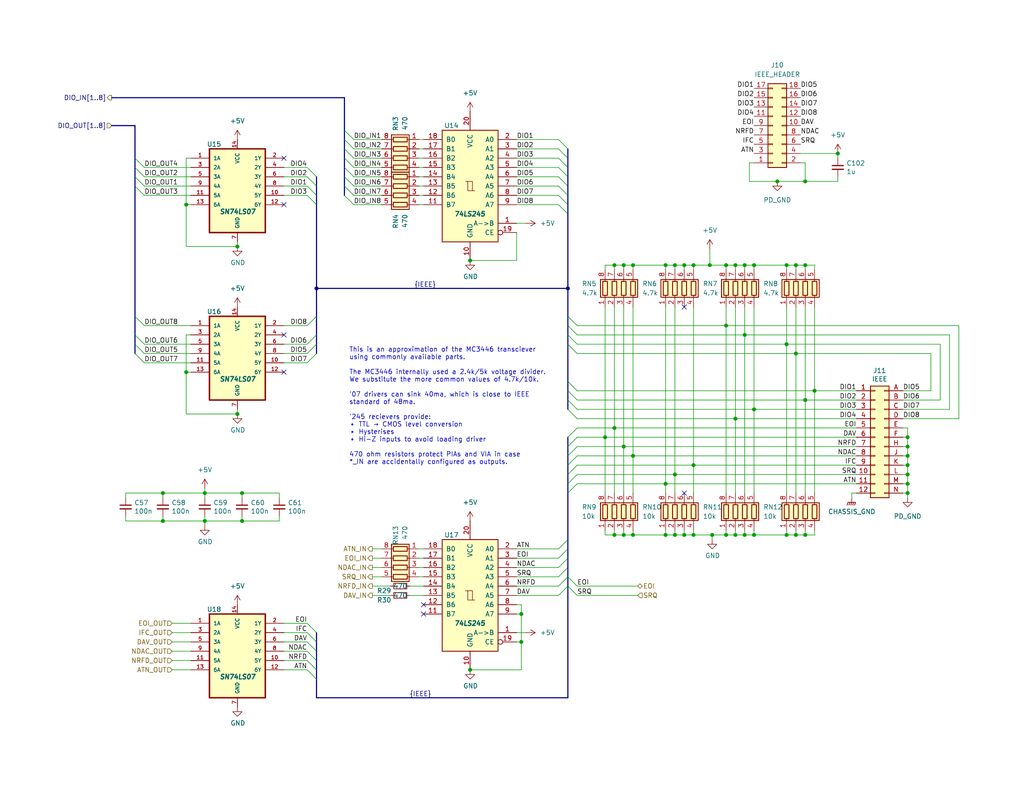
<source format=kicad_sch>
(kicad_sch (version 20211123) (generator eeschema)
  (paper "A")
  (title_block (title "EconoPET 40/8096") (date "2023-10-01") (rev "A"))
  (lib_symbols
    (symbol "74xx:74LS245" (pin_names (offset 1.016))
      (property "Reference" "U" (at -7.62 16.51 0))
      (property "Value" "74LS245" (at -7.62 -16.51 0))
      (symbol "74LS245_1_0"
        (pin input line (at -12.7 -10.16 0) (length 5.08) (name "A->B") (number "1"))
        (pin power_in line (at 0 -20.32 90) (length 5.08) (name "GND") (number "10"))
        (pin tri_state line (at 12.7 -5.08 180) (length 5.08) (name "B7") (number "11"))
        (pin tri_state line (at 12.7 -2.54 180) (length 5.08) (name "B6") (number "12"))
        (pin tri_state line (at 12.7 0 180) (length 5.08) (name "B5") (number "13"))
        (pin tri_state line (at 12.7 2.54 180) (length 5.08) (name "B4") (number "14"))
        (pin tri_state line (at 12.7 5.08 180) (length 5.08) (name "B3") (number "15"))
        (pin tri_state line (at 12.7 7.62 180) (length 5.08) (name "B2") (number "16"))
        (pin tri_state line (at 12.7 10.16 180) (length 5.08) (name "B1") (number "17"))
        (pin tri_state line (at 12.7 12.7 180) (length 5.08) (name "B0") (number "18"))
        (pin input inverted (at -12.7 -12.7 0) (length 5.08) (name "CE") (number "19"))
        (pin tri_state line (at -12.7 12.7 0) (length 5.08) (name "A0") (number "2"))
        (pin power_in line (at 0 20.32 270) (length 5.08) (name "VCC") (number "20"))
        (pin tri_state line (at -12.7 10.16 0) (length 5.08) (name "A1") (number "3"))
        (pin tri_state line (at -12.7 7.62 0) (length 5.08) (name "A2") (number "4"))
        (pin tri_state line (at -12.7 5.08 0) (length 5.08) (name "A3") (number "5"))
        (pin tri_state line (at -12.7 2.54 0) (length 5.08) (name "A4") (number "6"))
        (pin tri_state line (at -12.7 0 0) (length 5.08) (name "A5") (number "7"))
        (pin tri_state line (at -12.7 -2.54 0) (length 5.08) (name "A6") (number "8"))
        (pin tri_state line (at -12.7 -5.08 0) (length 5.08) (name "A7") (number "9"))
      )
    )
    (symbol "Connector_Generic:Conn_02x09_Odd_Even" (pin_names (offset 1.016) hide)
      (property "Reference" "J" (at 1.27 12.7 0))
      (property "Value" "Conn_02x09_Odd_Even" (at 1.27 -12.7 0))
      (symbol "Conn_02x09_Odd_Even_1_1"
        (pin passive line (at -5.08 10.16 0) (length 3.81) (name "Pin_1") (number "1"))
        (pin passive line (at 7.62 0 180) (length 3.81) (name "Pin_10") (number "10"))
        (pin passive line (at -5.08 -2.54 0) (length 3.81) (name "Pin_11") (number "11"))
        (pin passive line (at 7.62 -2.54 180) (length 3.81) (name "Pin_12") (number "12"))
        (pin passive line (at -5.08 -5.08 0) (length 3.81) (name "Pin_13") (number "13"))
        (pin passive line (at 7.62 -5.08 180) (length 3.81) (name "Pin_14") (number "14"))
        (pin passive line (at -5.08 -7.62 0) (length 3.81) (name "Pin_15") (number "15"))
        (pin passive line (at 7.62 -7.62 180) (length 3.81) (name "Pin_16") (number "16"))
        (pin passive line (at -5.08 -10.16 0) (length 3.81) (name "Pin_17") (number "17"))
        (pin passive line (at 7.62 -10.16 180) (length 3.81) (name "Pin_18") (number "18"))
        (pin passive line (at 7.62 10.16 180) (length 3.81) (name "Pin_2") (number "2"))
        (pin passive line (at -5.08 7.62 0) (length 3.81) (name "Pin_3") (number "3"))
        (pin passive line (at 7.62 7.62 180) (length 3.81) (name "Pin_4") (number "4"))
        (pin passive line (at -5.08 5.08 0) (length 3.81) (name "Pin_5") (number "5"))
        (pin passive line (at 7.62 5.08 180) (length 3.81) (name "Pin_6") (number "6"))
        (pin passive line (at -5.08 2.54 0) (length 3.81) (name "Pin_7") (number "7"))
        (pin passive line (at 7.62 2.54 180) (length 3.81) (name "Pin_8") (number "8"))
        (pin passive line (at -5.08 0 0) (length 3.81) (name "Pin_9") (number "9"))
      )
    )
    (symbol "Device:C_Small" (pin_numbers hide) (pin_names (offset 0.254) hide)
      (property "Reference" "C" (at 0.254 1.778 0))
      (property "Value" "C_Small" (at 0.254 -2.032 0))
      (symbol "C_Small_1_1"
        (pin passive line (at 0 2.54 270) (length 2.032) (name "~") (number "1"))
        (pin passive line (at 0 -2.54 90) (length 2.032) (name "~") (number "2"))
      )
    )
    (symbol "Device:R_Pack04" (pin_names (offset 0) hide)
      (property "Reference" "RN" (at -7.62 0 90))
      (property "Value" "R_Pack04" (at 5.08 0 90))
      (symbol "R_Pack04_1_1"
        (pin passive line (at -5.08 -5.08 90) (length 2.54) (name "R1.1") (number "1"))
        (pin passive line (at -2.54 -5.08 90) (length 2.54) (name "R2.1") (number "2"))
        (pin passive line (at 0 -5.08 90) (length 2.54) (name "R3.1") (number "3"))
        (pin passive line (at 2.54 -5.08 90) (length 2.54) (name "R4.1") (number "4"))
        (pin passive line (at 2.54 5.08 270) (length 2.54) (name "R4.2") (number "5"))
        (pin passive line (at 0 5.08 270) (length 2.54) (name "R3.2") (number "6"))
        (pin passive line (at -2.54 5.08 270) (length 2.54) (name "R2.2") (number "7"))
        (pin passive line (at -5.08 5.08 270) (length 2.54) (name "R1.2") (number "8"))
      )
    )
    (symbol "Device:R_Small" (pin_numbers hide) (pin_names (offset 0.254) hide)
      (property "Reference" "R" (at 0.762 0.508 0))
      (property "Value" "R_Small" (at 0.762 -1.016 0))
      (symbol "R_Small_1_1"
        (pin passive line (at 0 2.54 270) (length 0.762) (name "~") (number "1"))
        (pin passive line (at 0 -2.54 90) (length 0.762) (name "~") (number "2"))
      )
    )
    (symbol "Mainboard-rescue:SN74LS07-PET" (pin_names (offset 1.016))
      (property "Reference" "U" (at -12.7 16.2306 0))
      (property "Value" "SN74LS07-PET" (at -10.16 -2.7178 0))
      (symbol "SN74LS07-PET_0_0"
        (pin input line (at -17.78 12.7 0) (length 5.08) (name "1A") (number "1"))
        (pin output line (at 7.62 2.54 180) (length 5.08) (name "5Y") (number "10"))
        (pin input line (at -17.78 2.54 0) (length 5.08) (name "5A") (number "11"))
        (pin output line (at 7.62 0 180) (length 5.08) (name "6Y") (number "12"))
        (pin input line (at -17.78 0 0) (length 5.08) (name "6A") (number "13"))
        (pin power_in line (at -5.08 17.78 270) (length 2.54) (name "VCC") (number "14"))
        (pin output line (at 7.62 12.7 180) (length 5.08) (name "1Y") (number "2"))
        (pin input line (at -17.78 10.16 0) (length 5.08) (name "2A") (number "3"))
        (pin output line (at 7.62 10.16 180) (length 5.08) (name "2Y") (number "4"))
        (pin input line (at -17.78 7.62 0) (length 5.08) (name "3A") (number "5"))
        (pin output line (at 7.62 7.62 180) (length 5.08) (name "3Y") (number "6"))
        (pin power_in line (at -5.08 -10.16 90) (length 2.54) (name "GND") (number "7"))
        (pin output line (at 7.62 5.08 180) (length 5.08) (name "4Y") (number "8"))
        (pin input line (at -17.78 5.08 0) (length 5.08) (name "4A") (number "9"))
      )
    )
    (symbol "PET:CHASSIS_GND" (power) (pin_names (offset 0))
      (property "Value" "CHASSIS_GND" (at 0 -3.302 0))
      (symbol "CHASSIS_GND_1_1"
        (pin power_in line (at 0 0 270) (length 0) hide (name "CHASSIS_GND") (number "1"))
      )
    )
    (symbol "PET:PD_GND" (power) (pin_names (offset 0))
      (property "Value" "PD_GND" (at 0 -3.81 0))
      (symbol "PD_GND_1_1"
        (pin power_in line (at 0 0 270) (length 0) hide (name "PD_GND") (number "1"))
      )
    )
    (symbol "Retrocomputing:CBM_PET_IEEE_Conn_02x12_Card_Edge" (pin_names (offset 1.016) hide)
      (property "Reference" "J" (at 1.27 15.24 0))
      (property "Value" "CBM_PET_IEEE_Conn_02x12_Card_Edge" (at 1.27 -17.78 0))
      (symbol "CBM_PET_IEEE_Conn_02x12_Card_Edge_1_1"
        (pin passive line (at -5.08 12.7 0) (length 3.81) (name "DIO1") (number "1"))
        (pin passive line (at -5.08 -10.16 0) (length 3.81) (name "SRQ") (number "10"))
        (pin passive line (at -5.08 -12.7 0) (length 3.81) (name "ATN") (number "11"))
        (pin passive line (at -5.08 -15.24 0) (length 3.81) (name "GND") (number "12"))
        (pin passive line (at -5.08 10.16 0) (length 3.81) (name "DIO2") (number "2"))
        (pin passive line (at -5.08 7.62 0) (length 3.81) (name "DIO3") (number "3"))
        (pin passive line (at -5.08 5.08 0) (length 3.81) (name "DIO4") (number "4"))
        (pin passive line (at -5.08 2.54 0) (length 3.81) (name "EOI") (number "5"))
        (pin passive line (at -5.08 0 0) (length 3.81) (name "DAV") (number "6"))
        (pin passive line (at -5.08 -2.54 0) (length 3.81) (name "NRFD") (number "7"))
        (pin passive line (at -5.08 -5.08 0) (length 3.81) (name "NDAC") (number "8"))
        (pin passive line (at -5.08 -7.62 0) (length 3.81) (name "IFC") (number "9"))
        (pin passive line (at 7.62 12.7 180) (length 3.81) (name "DIO5") (number "A"))
        (pin passive line (at 7.62 10.16 180) (length 3.81) (name "DIO6") (number "B"))
        (pin passive line (at 7.62 7.62 180) (length 3.81) (name "DIO7") (number "C"))
        (pin passive line (at 7.62 5.08 180) (length 3.81) (name "DIO8") (number "D"))
        (pin passive line (at 7.62 2.54 180) (length 3.81) (name "GND") (number "E"))
        (pin passive line (at 7.62 0 180) (length 3.81) (name "GND") (number "F"))
        (pin passive line (at 7.62 -2.54 180) (length 3.81) (name "GND") (number "H"))
        (pin passive line (at 7.62 -5.08 180) (length 3.81) (name "GND") (number "J"))
        (pin passive line (at 7.62 -7.62 180) (length 3.81) (name "GND") (number "K"))
        (pin passive line (at 7.62 -10.16 180) (length 3.81) (name "GND") (number "L"))
        (pin passive line (at 7.62 -12.7 180) (length 3.81) (name "GND") (number "M"))
        (pin passive line (at 7.62 -15.24 180) (length 3.81) (name "GND") (number "N"))
      )
    )
    (symbol "power:+5V" (power) (pin_names (offset 0))
      (property "Value" "+5V" (at 0 3.556 0))
      (symbol "+5V_1_1"
        (pin power_in line (at 0 0 90) (length 0) hide (name "+5V") (number "1"))
      )
    )
    (symbol "power:GND" (power) (pin_names (offset 0))
      (property "Value" "GND" (at 0 -3.81 0))
      (symbol "GND_1_1"
        (pin power_in line (at 0 0 270) (length 0) hide (name "GND") (number "1"))
      )
    )
  )
  (bus_alias "IEEE_IN" (members "DAV_IN" "NRFD_IN" "NDAC_IN" "ATN_IN" "EOI_IN" "SRQ_IN"))
  (bus_alias "IEEE" (members "ATN" "EOI" "NDAC" "SRQ" "NRFD" "DAV" "IFC" "DIO8" "DIO1" "DIO2" "DIO3" "DIO4" "DIO5" "DIO6" "DIO7"))
  (junction (at 247.65 132.08))
  (junction (at 128.27 71.12))
  (junction (at 222.25 106.68))
  (junction (at 184.15 129.54))
  (junction (at 247.65 129.54))
  (junction (at 189.23 127))
  (junction (at 44.45 134.62))
  (junction (at 200.66 72.39))
  (junction (at 214.63 72.39))
  (junction (at 66.04 134.62))
  (junction (at 205.74 111.76))
  (junction (at 167.64 116.84))
  (junction (at 214.63 93.98))
  (junction (at 167.64 72.39))
  (junction (at 86.36 78.74))
  (junction (at 247.65 127))
  (junction (at 189.23 146.05))
  (junction (at 184.15 146.05))
  (junction (at 64.77 67.31))
  (junction (at 50.8 101.6))
  (junction (at 170.18 146.05))
  (junction (at 247.65 121.92))
  (junction (at 217.17 72.39))
  (junction (at 247.65 134.62))
  (junction (at 198.12 146.05))
  (junction (at 228.6 41.91))
  (junction (at 55.88 142.24))
  (junction (at 128.27 182.88))
  (junction (at 205.74 146.05))
  (junction (at 200.66 146.05))
  (junction (at 203.2 91.44))
  (junction (at 181.61 146.05))
  (junction (at 165.1 119.38))
  (junction (at 193.675 72.39))
  (junction (at 181.61 72.39))
  (junction (at 142.24 175.26))
  (junction (at 172.72 146.05))
  (junction (at 66.04 142.24))
  (junction (at 167.64 146.05))
  (junction (at 154.94 78.74))
  (junction (at 64.77 113.03))
  (junction (at 214.63 146.05))
  (junction (at 170.18 72.39))
  (junction (at 203.2 72.39))
  (junction (at 212.09 49.53))
  (junction (at 219.71 72.39))
  (junction (at 198.12 72.39))
  (junction (at 170.18 121.92))
  (junction (at 142.24 167.64))
  (junction (at 203.2 146.05))
  (junction (at 200.66 114.3))
  (junction (at 181.61 132.08))
  (junction (at 247.65 119.38))
  (junction (at 172.72 124.46))
  (junction (at 194.31 146.05))
  (junction (at 219.71 49.53))
  (junction (at 186.69 72.39))
  (junction (at 217.17 146.05))
  (junction (at 189.23 72.39))
  (junction (at 186.69 146.05))
  (junction (at 217.17 96.52))
  (junction (at 247.65 124.46))
  (junction (at 219.71 146.05))
  (junction (at 184.15 72.39))
  (junction (at 172.72 72.39))
  (junction (at 219.71 109.22))
  (junction (at 205.74 72.39))
  (junction (at 50.8 55.88))
  (junction (at 44.45 142.24))
  (junction (at 198.12 88.9))
  (junction (at 55.88 134.62))
  (no_connect (at 77.47 91.44))
  (no_connect (at 77.47 101.6))
  (no_connect (at 77.47 55.88))
  (no_connect (at 77.47 43.18))
  (no_connect (at 186.69 83.82))
  (no_connect (at 115.57 165.1))
  (no_connect (at 115.57 167.64))
  (no_connect (at 186.69 134.62))
  (bus_entry (at 154.94 111.76) (size 2.54 2.54))
  (bus_entry (at 36.83 50.8) (size 2.54 2.54))
  (bus_entry (at 36.83 48.26) (size 2.54 2.54))
  (bus_entry (at 86.36 175.26) (size -2.54 -2.54))
  (bus_entry (at 36.83 86.36) (size 2.54 2.54))
  (bus_entry (at 152.4 55.88) (size 2.54 2.54))
  (bus_entry (at 152.4 38.1) (size 2.54 2.54))
  (bus_entry (at 154.94 127) (size 2.54 -2.54))
  (bus_entry (at 154.94 119.38) (size 2.54 -2.54))
  (bus_entry (at 93.98 43.18) (size 2.54 2.54))
  (bus_entry (at 152.4 40.64) (size 2.54 2.54))
  (bus_entry (at 154.94 132.08) (size 2.54 -2.54))
  (bus_entry (at 154.94 106.68) (size 2.54 2.54))
  (bus_entry (at 152.4 50.8) (size 2.54 2.54))
  (bus_entry (at 93.98 50.8) (size 2.54 2.54))
  (bus_entry (at 157.48 96.52) (size -2.54 -2.54))
  (bus_entry (at 152.4 43.18) (size 2.54 2.54))
  (bus_entry (at 93.98 53.34) (size 2.54 2.54))
  (bus_entry (at 93.98 38.1) (size 2.54 2.54))
  (bus_entry (at 86.36 48.26) (size -2.54 -2.54))
  (bus_entry (at 157.48 93.98) (size -2.54 -2.54))
  (bus_entry (at 152.4 45.72) (size 2.54 2.54))
  (bus_entry (at 36.83 93.98) (size 2.54 2.54))
  (bus_entry (at 154.94 152.4) (size -2.54 2.54))
  (bus_entry (at 83.82 93.98) (size 2.54 -2.54))
  (bus_entry (at 154.94 134.62) (size 2.54 -2.54))
  (bus_entry (at 86.36 180.34) (size -2.54 -2.54))
  (bus_entry (at 93.98 40.64) (size 2.54 2.54))
  (bus_entry (at 154.94 157.48) (size -2.54 2.54))
  (bus_entry (at 86.36 50.8) (size -2.54 -2.54))
  (bus_entry (at 93.98 45.72) (size 2.54 2.54))
  (bus_entry (at 154.94 121.92) (size 2.54 -2.54))
  (bus_entry (at 152.4 53.34) (size 2.54 2.54))
  (bus_entry (at 86.36 185.42) (size -2.54 -2.54))
  (bus_entry (at 36.83 45.72) (size 2.54 2.54))
  (bus_entry (at 86.36 86.36) (size -2.54 2.54))
  (bus_entry (at 93.98 48.26) (size 2.54 2.54))
  (bus_entry (at 36.83 96.52) (size 2.54 2.54))
  (bus_entry (at 154.94 147.32) (size -2.54 2.54))
  (bus_entry (at 86.36 55.88) (size -2.54 -2.54))
  (bus_entry (at 36.83 43.18) (size 2.54 2.54))
  (bus_entry (at 154.94 154.94) (size -2.54 2.54))
  (bus_entry (at 83.82 99.06) (size 2.54 -2.54))
  (bus_entry (at 86.36 182.88) (size -2.54 -2.54))
  (bus_entry (at 154.94 160.02) (size 2.54 2.54))
  (bus_entry (at 154.94 157.48) (size 2.54 2.54))
  (bus_entry (at 157.48 88.9) (size -2.54 -2.54))
  (bus_entry (at 86.36 53.34) (size -2.54 -2.54))
  (bus_entry (at 154.94 124.46) (size 2.54 -2.54))
  (bus_entry (at 86.36 93.98) (size -2.54 2.54))
  (bus_entry (at 86.36 177.8) (size -2.54 -2.54))
  (bus_entry (at 86.36 172.72) (size -2.54 -2.54))
  (bus_entry (at 93.98 35.56) (size 2.54 2.54))
  (bus_entry (at 152.4 48.26) (size 2.54 2.54))
  (bus_entry (at 154.94 149.86) (size -2.54 2.54))
  (bus_entry (at 36.83 91.44) (size 2.54 2.54))
  (bus_entry (at 154.94 109.22) (size 2.54 2.54))
  (bus_entry (at 154.94 129.54) (size 2.54 -2.54))
  (bus_entry (at 154.94 160.02) (size -2.54 2.54))
  (bus_entry (at 154.94 104.14) (size 2.54 2.54))
  (bus_entry (at 157.48 91.44) (size -2.54 -2.54))
  (wire (pts (xy 214.63 93.98) (xy 214.63 134.62)))
  (wire (pts (xy 157.48 93.98) (xy 214.63 93.98)))
  (wire (pts (xy 172.72 83.82) (xy 172.72 124.46)))
  (wire (pts (xy 246.38 132.08) (xy 247.65 132.08)))
  (wire (pts (xy 181.61 72.39) (xy 181.61 73.66)))
  (wire (pts (xy 203.2 91.44) (xy 157.48 91.44)))
  (wire (pts (xy 219.71 83.82) (xy 219.71 109.22)))
  (bus (pts (xy 154.94 149.86) (xy 154.94 152.4)))
  (wire (pts (xy 181.61 83.82) (xy 181.61 132.08)))
  (wire (pts (xy 198.12 88.9) (xy 157.48 88.9)))
  (wire (pts (xy 247.65 121.92) (xy 247.65 124.46)))
  (wire (pts (xy 228.6 41.91) (xy 228.6 43.18)))
  (wire (pts (xy 114.3 154.94) (xy 115.57 154.94)))
  (wire (pts (xy 205.74 146.05) (xy 214.63 146.05)))
  (wire (pts (xy 217.17 72.39) (xy 219.71 72.39)))
  (bus (pts (xy 86.36 91.44) (xy 86.36 93.98)))
  (wire (pts (xy 55.88 133.35) (xy 55.88 134.62)))
  (bus (pts (xy 154.94 152.4) (xy 154.94 154.94)))
  (wire (pts (xy 247.65 116.84) (xy 247.65 119.38)))
  (wire (pts (xy 76.2 134.62) (xy 76.2 135.89)))
  (wire (pts (xy 39.37 93.98) (xy 52.07 93.98)))
  (wire (pts (xy 219.71 72.39) (xy 222.25 72.39)))
  (bus (pts (xy 93.98 40.64) (xy 93.98 43.18)))
  (bus (pts (xy 154.94 124.46) (xy 154.94 127)))
  (bus (pts (xy 93.98 48.26) (xy 93.98 50.8)))
  (wire (pts (xy 167.64 116.84) (xy 167.64 134.62)))
  (wire (pts (xy 66.04 140.97) (xy 66.04 142.24)))
  (wire (pts (xy 157.48 132.08) (xy 181.61 132.08)))
  (bus (pts (xy 154.94 121.92) (xy 154.94 124.46)))
  (wire (pts (xy 200.66 83.82) (xy 200.66 114.3)))
  (bus (pts (xy 154.94 40.64) (xy 154.94 43.18)))
  (wire (pts (xy 172.72 124.46) (xy 233.68 124.46)))
  (wire (pts (xy 128.27 182.88) (xy 142.24 182.88)))
  (bus (pts (xy 86.36 86.36) (xy 86.36 91.44)))
  (wire (pts (xy 39.37 53.34) (xy 52.07 53.34)))
  (bus (pts (xy 154.94 104.14) (xy 154.94 106.68)))
  (wire (pts (xy 246.38 121.92) (xy 247.65 121.92)))
  (wire (pts (xy 189.23 127) (xy 233.68 127)))
  (wire (pts (xy 77.47 172.72) (xy 83.82 172.72)))
  (wire (pts (xy 203.2 146.05) (xy 205.74 146.05)))
  (wire (pts (xy 194.31 147.32) (xy 194.31 146.05)))
  (wire (pts (xy 96.52 38.1) (xy 104.14 38.1)))
  (wire (pts (xy 214.63 83.82) (xy 214.63 93.98)))
  (wire (pts (xy 189.23 83.82) (xy 189.23 127)))
  (wire (pts (xy 157.48 124.46) (xy 172.72 124.46)))
  (wire (pts (xy 189.23 144.78) (xy 189.23 146.05)))
  (wire (pts (xy 44.45 140.97) (xy 44.45 142.24)))
  (wire (pts (xy 157.48 119.38) (xy 165.1 119.38)))
  (wire (pts (xy 246.38 109.22) (xy 256.54 109.22)))
  (wire (pts (xy 66.04 135.89) (xy 66.04 134.62)))
  (wire (pts (xy 39.37 88.9) (xy 52.07 88.9)))
  (wire (pts (xy 247.65 127) (xy 247.65 129.54)))
  (bus (pts (xy 36.83 91.44) (xy 36.83 93.98)))
  (wire (pts (xy 167.64 146.05) (xy 170.18 146.05)))
  (wire (pts (xy 172.72 124.46) (xy 172.72 134.62)))
  (wire (pts (xy 181.61 132.08) (xy 181.61 134.62)))
  (wire (pts (xy 44.45 134.62) (xy 55.88 134.62)))
  (bus (pts (xy 93.98 26.67) (xy 93.98 35.56)))
  (wire (pts (xy 217.17 96.52) (xy 254 96.52)))
  (bus (pts (xy 93.98 45.72) (xy 93.98 48.26)))
  (wire (pts (xy 83.82 177.8) (xy 77.47 177.8)))
  (wire (pts (xy 170.18 146.05) (xy 172.72 146.05)))
  (wire (pts (xy 219.71 144.78) (xy 219.71 146.05)))
  (bus (pts (xy 154.94 147.32) (xy 154.94 149.86)))
  (wire (pts (xy 172.72 144.78) (xy 172.72 146.05)))
  (bus (pts (xy 86.36 180.34) (xy 86.36 182.88)))
  (wire (pts (xy 261.62 114.3) (xy 261.62 88.9)))
  (wire (pts (xy 39.37 45.72) (xy 52.07 45.72)))
  (wire (pts (xy 142.24 167.64) (xy 142.24 175.26)))
  (wire (pts (xy 115.57 157.48) (xy 114.3 157.48)))
  (wire (pts (xy 39.37 50.8) (xy 52.07 50.8)))
  (wire (pts (xy 170.18 144.78) (xy 170.18 146.05)))
  (bus (pts (xy 86.36 55.88) (xy 86.36 78.74)))
  (bus (pts (xy 93.98 35.56) (xy 93.98 38.1)))
  (wire (pts (xy 140.97 162.56) (xy 152.4 162.56)))
  (wire (pts (xy 170.18 72.39) (xy 172.72 72.39)))
  (wire (pts (xy 259.08 111.76) (xy 259.08 91.44)))
  (wire (pts (xy 246.38 134.62) (xy 247.65 134.62)))
  (wire (pts (xy 114.3 40.64) (xy 115.57 40.64)))
  (wire (pts (xy 77.47 45.72) (xy 83.82 45.72)))
  (wire (pts (xy 46.99 172.72) (xy 52.07 172.72)))
  (wire (pts (xy 184.15 129.54) (xy 184.15 134.62)))
  (wire (pts (xy 246.38 129.54) (xy 247.65 129.54)))
  (wire (pts (xy 167.64 116.84) (xy 233.68 116.84)))
  (wire (pts (xy 142.24 175.26) (xy 142.24 182.88)))
  (bus (pts (xy 154.94 45.72) (xy 154.94 48.26)))
  (wire (pts (xy 219.71 109.22) (xy 233.68 109.22)))
  (wire (pts (xy 140.97 71.12) (xy 128.27 71.12)))
  (wire (pts (xy 140.97 152.4) (xy 152.4 152.4)))
  (bus (pts (xy 154.94 58.42) (xy 154.94 78.74)))
  (wire (pts (xy 96.52 55.88) (xy 104.14 55.88)))
  (bus (pts (xy 86.36 93.98) (xy 86.36 96.52)))
  (wire (pts (xy 140.97 63.5) (xy 140.97 71.12)))
  (bus (pts (xy 154.94 160.02) (xy 154.94 190.5)))
  (wire (pts (xy 246.38 124.46) (xy 247.65 124.46)))
  (wire (pts (xy 198.12 83.82) (xy 198.12 88.9)))
  (wire (pts (xy 198.12 146.05) (xy 200.66 146.05)))
  (bus (pts (xy 154.94 154.94) (xy 154.94 157.48)))
  (wire (pts (xy 203.2 91.44) (xy 203.2 134.62)))
  (wire (pts (xy 157.48 96.52) (xy 217.17 96.52)))
  (wire (pts (xy 165.1 73.66) (xy 165.1 72.39)))
  (wire (pts (xy 34.29 134.62) (xy 44.45 134.62)))
  (wire (pts (xy 66.04 142.24) (xy 55.88 142.24)))
  (wire (pts (xy 96.52 48.26) (xy 104.14 48.26)))
  (wire (pts (xy 114.3 38.1) (xy 115.57 38.1)))
  (wire (pts (xy 232.41 134.62) (xy 232.41 135.89)))
  (wire (pts (xy 204.47 44.45) (xy 205.74 44.45)))
  (wire (pts (xy 247.65 132.08) (xy 247.65 134.62)))
  (wire (pts (xy 198.12 88.9) (xy 198.12 134.62)))
  (wire (pts (xy 157.48 109.22) (xy 219.71 109.22)))
  (wire (pts (xy 246.38 114.3) (xy 261.62 114.3)))
  (bus (pts (xy 86.36 78.74) (xy 86.36 86.36)))
  (wire (pts (xy 83.82 96.52) (xy 77.47 96.52)))
  (wire (pts (xy 77.47 93.98) (xy 83.82 93.98)))
  (wire (pts (xy 203.2 144.78) (xy 203.2 146.05)))
  (wire (pts (xy 76.2 142.24) (xy 66.04 142.24)))
  (wire (pts (xy 140.97 165.1) (xy 142.24 165.1)))
  (wire (pts (xy 222.25 72.39) (xy 222.25 73.66)))
  (wire (pts (xy 39.37 99.06) (xy 52.07 99.06)))
  (wire (pts (xy 167.64 72.39) (xy 170.18 72.39)))
  (wire (pts (xy 96.52 53.34) (xy 104.14 53.34)))
  (wire (pts (xy 96.52 50.8) (xy 104.14 50.8)))
  (wire (pts (xy 181.61 132.08) (xy 233.68 132.08)))
  (wire (pts (xy 96.52 40.64) (xy 104.14 40.64)))
  (bus (pts (xy 36.83 34.29) (xy 36.83 43.18)))
  (wire (pts (xy 205.74 72.39) (xy 214.63 72.39)))
  (wire (pts (xy 186.69 72.39) (xy 189.23 72.39)))
  (bus (pts (xy 154.94 55.88) (xy 154.94 58.42)))
  (wire (pts (xy 246.38 106.68) (xy 254 106.68)))
  (wire (pts (xy 200.66 114.3) (xy 200.66 134.62)))
  (wire (pts (xy 217.17 144.78) (xy 217.17 146.05)))
  (bus (pts (xy 93.98 50.8) (xy 93.98 53.34)))
  (wire (pts (xy 50.8 43.18) (xy 50.8 55.88)))
  (wire (pts (xy 205.74 83.82) (xy 205.74 111.76)))
  (bus (pts (xy 36.83 93.98) (xy 36.83 96.52)))
  (wire (pts (xy 184.15 129.54) (xy 233.68 129.54)))
  (bus (pts (xy 36.83 86.36) (xy 36.83 91.44)))
  (wire (pts (xy 205.74 111.76) (xy 205.74 134.62)))
  (wire (pts (xy 140.97 157.48) (xy 152.4 157.48)))
  (wire (pts (xy 219.71 146.05) (xy 222.25 146.05)))
  (wire (pts (xy 247.65 124.46) (xy 247.65 127)))
  (bus (pts (xy 154.94 78.74) (xy 154.94 86.36)))
  (wire (pts (xy 212.09 49.53) (xy 219.71 49.53)))
  (wire (pts (xy 261.62 88.9) (xy 198.12 88.9)))
  (wire (pts (xy 34.29 142.24) (xy 34.29 140.97)))
  (bus (pts (xy 36.83 48.26) (xy 36.83 50.8)))
  (wire (pts (xy 204.47 49.53) (xy 204.47 44.45)))
  (wire (pts (xy 228.6 48.26) (xy 228.6 49.53)))
  (bus (pts (xy 154.94 86.36) (xy 154.94 88.9)))
  (wire (pts (xy 157.48 116.84) (xy 167.64 116.84)))
  (bus (pts (xy 36.83 50.8) (xy 36.83 86.36)))
  (wire (pts (xy 165.1 72.39) (xy 167.64 72.39)))
  (wire (pts (xy 140.97 172.72) (xy 143.51 172.72)))
  (wire (pts (xy 115.57 50.8) (xy 114.3 50.8)))
  (wire (pts (xy 165.1 119.38) (xy 165.1 134.62)))
  (wire (pts (xy 140.97 55.88) (xy 152.4 55.88)))
  (wire (pts (xy 140.97 149.86) (xy 152.4 149.86)))
  (wire (pts (xy 34.29 142.24) (xy 44.45 142.24)))
  (bus (pts (xy 86.36 78.74) (xy 154.94 78.74)))
  (wire (pts (xy 140.97 154.94) (xy 152.4 154.94)))
  (wire (pts (xy 83.82 99.06) (xy 77.47 99.06)))
  (wire (pts (xy 181.61 146.05) (xy 184.15 146.05)))
  (wire (pts (xy 222.25 106.68) (xy 233.68 106.68)))
  (wire (pts (xy 246.38 127) (xy 247.65 127)))
  (wire (pts (xy 184.15 144.78) (xy 184.15 146.05)))
  (wire (pts (xy 104.14 154.94) (xy 101.6 154.94)))
  (wire (pts (xy 140.97 60.96) (xy 143.51 60.96)))
  (wire (pts (xy 222.25 106.68) (xy 222.25 134.62)))
  (wire (pts (xy 246.38 119.38) (xy 247.65 119.38)))
  (wire (pts (xy 140.97 53.34) (xy 152.4 53.34)))
  (wire (pts (xy 55.88 135.89) (xy 55.88 134.62)))
  (bus (pts (xy 86.36 53.34) (xy 86.36 55.88)))
  (wire (pts (xy 170.18 83.82) (xy 170.18 121.92)))
  (wire (pts (xy 142.24 165.1) (xy 142.24 167.64)))
  (bus (pts (xy 154.94 43.18) (xy 154.94 45.72)))
  (wire (pts (xy 157.48 127) (xy 189.23 127)))
  (bus (pts (xy 154.94 119.38) (xy 154.94 121.92)))
  (wire (pts (xy 247.65 119.38) (xy 247.65 121.92)))
  (wire (pts (xy 218.44 44.45) (xy 219.71 44.45)))
  (bus (pts (xy 86.36 182.88) (xy 86.36 185.42)))
  (wire (pts (xy 198.12 72.39) (xy 198.12 73.66)))
  (wire (pts (xy 189.23 72.39) (xy 193.675 72.39)))
  (bus (pts (xy 154.94 53.34) (xy 154.94 55.88)))
  (wire (pts (xy 140.97 50.8) (xy 152.4 50.8)))
  (wire (pts (xy 232.41 134.62) (xy 233.68 134.62)))
  (wire (pts (xy 205.74 144.78) (xy 205.74 146.05)))
  (wire (pts (xy 193.675 67.945) (xy 193.675 72.39)))
  (wire (pts (xy 205.74 72.39) (xy 205.74 73.66)))
  (wire (pts (xy 165.1 119.38) (xy 233.68 119.38)))
  (wire (pts (xy 157.48 121.92) (xy 170.18 121.92)))
  (wire (pts (xy 203.2 72.39) (xy 205.74 72.39)))
  (wire (pts (xy 189.23 127) (xy 189.23 134.62)))
  (wire (pts (xy 186.69 72.39) (xy 186.69 73.66)))
  (wire (pts (xy 77.47 170.18) (xy 83.82 170.18)))
  (wire (pts (xy 214.63 72.39) (xy 214.63 73.66)))
  (wire (pts (xy 115.57 55.88) (xy 114.3 55.88)))
  (bus (pts (xy 86.36 185.42) (xy 86.36 190.5)))
  (bus (pts (xy 154.94 93.98) (xy 154.94 104.14)))
  (wire (pts (xy 200.66 72.39) (xy 200.66 73.66)))
  (wire (pts (xy 181.61 72.39) (xy 184.15 72.39)))
  (wire (pts (xy 167.64 83.82) (xy 167.64 116.84)))
  (wire (pts (xy 142.24 175.26) (xy 140.97 175.26)))
  (wire (pts (xy 50.8 55.88) (xy 50.8 67.31)))
  (bus (pts (xy 36.83 45.72) (xy 36.83 48.26)))
  (bus (pts (xy 154.94 48.26) (xy 154.94 50.8)))
  (wire (pts (xy 181.61 144.78) (xy 181.61 146.05)))
  (wire (pts (xy 50.8 67.31) (xy 64.77 67.31)))
  (wire (pts (xy 114.3 152.4) (xy 115.57 152.4)))
  (wire (pts (xy 39.37 48.26) (xy 52.07 48.26)))
  (wire (pts (xy 111.76 162.56) (xy 115.57 162.56)))
  (wire (pts (xy 189.23 72.39) (xy 189.23 73.66)))
  (wire (pts (xy 256.54 93.98) (xy 256.54 109.22)))
  (wire (pts (xy 165.1 83.82) (xy 165.1 119.38)))
  (wire (pts (xy 77.47 180.34) (xy 83.82 180.34)))
  (bus (pts (xy 93.98 43.18) (xy 93.98 45.72)))
  (wire (pts (xy 157.48 106.68) (xy 222.25 106.68)))
  (wire (pts (xy 66.04 134.62) (xy 76.2 134.62)))
  (wire (pts (xy 203.2 83.82) (xy 203.2 91.44)))
  (bus (pts (xy 36.83 43.18) (xy 36.83 45.72)))
  (wire (pts (xy 214.63 93.98) (xy 256.54 93.98)))
  (wire (pts (xy 167.64 72.39) (xy 167.64 73.66)))
  (wire (pts (xy 247.65 129.54) (xy 247.65 132.08)))
  (bus (pts (xy 154.94 91.44) (xy 154.94 93.98)))
  (wire (pts (xy 198.12 144.78) (xy 198.12 146.05)))
  (bus (pts (xy 86.36 50.8) (xy 86.36 53.34)))
  (wire (pts (xy 205.74 111.76) (xy 233.68 111.76)))
  (wire (pts (xy 247.65 134.62) (xy 247.65 135.89)))
  (wire (pts (xy 50.8 91.44) (xy 50.8 101.6)))
  (wire (pts (xy 189.23 146.05) (xy 194.31 146.05)))
  (wire (pts (xy 214.63 144.78) (xy 214.63 146.05)))
  (bus (pts (xy 154.94 132.08) (xy 154.94 134.62)))
  (wire (pts (xy 83.82 50.8) (xy 77.47 50.8)))
  (wire (pts (xy 157.48 114.3) (xy 200.66 114.3)))
  (wire (pts (xy 157.48 162.56) (xy 173.99 162.56)))
  (wire (pts (xy 64.77 113.03) (xy 64.77 111.76)))
  (wire (pts (xy 165.1 146.05) (xy 167.64 146.05)))
  (wire (pts (xy 157.48 160.02) (xy 173.99 160.02)))
  (wire (pts (xy 170.18 121.92) (xy 170.18 134.62)))
  (wire (pts (xy 76.2 140.97) (xy 76.2 142.24)))
  (wire (pts (xy 52.07 43.18) (xy 50.8 43.18)))
  (wire (pts (xy 46.99 177.8) (xy 52.07 177.8)))
  (wire (pts (xy 140.97 40.64) (xy 152.4 40.64)))
  (wire (pts (xy 77.47 53.34) (xy 83.82 53.34)))
  (wire (pts (xy 44.45 142.24) (xy 55.88 142.24)))
  (wire (pts (xy 172.72 72.39) (xy 172.72 73.66)))
  (wire (pts (xy 259.08 91.44) (xy 203.2 91.44)))
  (wire (pts (xy 193.675 72.39) (xy 198.12 72.39)))
  (wire (pts (xy 96.52 45.72) (xy 104.14 45.72)))
  (wire (pts (xy 140.97 43.18) (xy 152.4 43.18)))
  (bus (pts (xy 86.36 172.72) (xy 86.36 175.26)))
  (wire (pts (xy 114.3 43.18) (xy 115.57 43.18)))
  (bus (pts (xy 154.94 88.9) (xy 154.94 91.44)))
  (wire (pts (xy 44.45 135.89) (xy 44.45 134.62)))
  (wire (pts (xy 55.88 134.62) (xy 66.04 134.62)))
  (wire (pts (xy 52.07 91.44) (xy 50.8 91.44)))
  (wire (pts (xy 214.63 72.39) (xy 217.17 72.39)))
  (wire (pts (xy 222.25 146.05) (xy 222.25 144.78)))
  (wire (pts (xy 184.15 83.82) (xy 184.15 129.54)))
  (wire (pts (xy 217.17 72.39) (xy 217.17 73.66)))
  (wire (pts (xy 165.1 144.78) (xy 165.1 146.05)))
  (bus (pts (xy 154.94 127) (xy 154.94 129.54)))
  (wire (pts (xy 217.17 83.82) (xy 217.17 96.52)))
  (wire (pts (xy 170.18 72.39) (xy 170.18 73.66)))
  (wire (pts (xy 157.48 111.76) (xy 205.74 111.76)))
  (wire (pts (xy 114.3 149.86) (xy 115.57 149.86)))
  (wire (pts (xy 140.97 38.1) (xy 152.4 38.1)))
  (wire (pts (xy 104.14 149.86) (xy 101.6 149.86)))
  (wire (pts (xy 114.3 48.26) (xy 115.57 48.26)))
  (wire (pts (xy 203.2 72.39) (xy 203.2 73.66)))
  (wire (pts (xy 219.71 109.22) (xy 219.71 134.62)))
  (wire (pts (xy 106.68 162.56) (xy 101.6 162.56)))
  (bus (pts (xy 154.94 50.8) (xy 154.94 53.34)))
  (wire (pts (xy 64.77 67.31) (xy 64.77 66.04)))
  (wire (pts (xy 219.71 72.39) (xy 219.71 73.66)))
  (wire (pts (xy 142.24 167.64) (xy 140.97 167.64)))
  (wire (pts (xy 114.3 53.34) (xy 115.57 53.34)))
  (wire (pts (xy 218.44 41.91) (xy 228.6 41.91)))
  (bus (pts (xy 86.36 177.8) (xy 86.36 180.34)))
  (wire (pts (xy 172.72 146.05) (xy 181.61 146.05)))
  (wire (pts (xy 46.99 170.18) (xy 52.07 170.18)))
  (wire (pts (xy 200.66 114.3) (xy 233.68 114.3)))
  (wire (pts (xy 115.57 45.72) (xy 114.3 45.72)))
  (wire (pts (xy 184.15 146.05) (xy 186.69 146.05)))
  (wire (pts (xy 214.63 146.05) (xy 217.17 146.05)))
  (wire (pts (xy 170.18 121.92) (xy 233.68 121.92)))
  (wire (pts (xy 200.66 72.39) (xy 203.2 72.39)))
  (wire (pts (xy 246.38 111.76) (xy 259.08 111.76)))
  (wire (pts (xy 55.88 140.97) (xy 55.88 142.24)))
  (wire (pts (xy 115.57 160.02) (xy 111.76 160.02)))
  (wire (pts (xy 212.09 49.53) (xy 204.47 49.53)))
  (wire (pts (xy 140.97 48.26) (xy 152.4 48.26)))
  (wire (pts (xy 50.8 113.03) (xy 64.77 113.03)))
  (wire (pts (xy 172.72 72.39) (xy 181.61 72.39)))
  (wire (pts (xy 198.12 72.39) (xy 200.66 72.39)))
  (wire (pts (xy 254 96.52) (xy 254 106.68)))
  (bus (pts (xy 154.94 106.68) (xy 154.94 109.22)))
  (wire (pts (xy 77.47 88.9) (xy 83.82 88.9)))
  (wire (pts (xy 83.82 48.26) (xy 77.47 48.26)))
  (wire (pts (xy 106.68 160.02) (xy 101.6 160.02)))
  (wire (pts (xy 140.97 160.02) (xy 152.4 160.02)))
  (wire (pts (xy 46.99 182.88) (xy 52.07 182.88)))
  (wire (pts (xy 46.99 180.34) (xy 52.07 180.34)))
  (wire (pts (xy 222.25 83.82) (xy 222.25 106.68)))
  (wire (pts (xy 46.99 175.26) (xy 52.07 175.26)))
  (bus (pts (xy 30.48 26.67) (xy 93.98 26.67)))
  (wire (pts (xy 83.82 182.88) (xy 77.47 182.88)))
  (wire (pts (xy 246.38 116.84) (xy 247.65 116.84)))
  (wire (pts (xy 217.17 96.52) (xy 217.17 134.62)))
  (wire (pts (xy 104.14 157.48) (xy 101.6 157.48)))
  (bus (pts (xy 154.94 134.62) (xy 154.94 147.32)))
  (wire (pts (xy 217.17 146.05) (xy 219.71 146.05)))
  (wire (pts (xy 96.52 43.18) (xy 104.14 43.18)))
  (bus (pts (xy 154.94 109.22) (xy 154.94 111.76)))
  (bus (pts (xy 30.48 34.29) (xy 36.83 34.29)))
  (wire (pts (xy 184.15 72.39) (xy 186.69 72.39)))
  (wire (pts (xy 186.69 146.05) (xy 189.23 146.05)))
  (wire (pts (xy 157.48 129.54) (xy 184.15 129.54)))
  (wire (pts (xy 50.8 55.88) (xy 52.07 55.88)))
  (wire (pts (xy 50.8 101.6) (xy 50.8 113.03)))
  (wire (pts (xy 140.97 45.72) (xy 152.4 45.72)))
  (wire (pts (xy 50.8 101.6) (xy 52.07 101.6)))
  (wire (pts (xy 34.29 135.89) (xy 34.29 134.62)))
  (wire (pts (xy 184.15 72.39) (xy 184.15 73.66)))
  (wire (pts (xy 167.64 144.78) (xy 167.64 146.05)))
  (bus (pts (xy 93.98 38.1) (xy 93.98 40.64)))
  (bus (pts (xy 154.94 190.5) (xy 86.36 190.5)))
  (wire (pts (xy 186.69 144.78) (xy 186.69 146.05)))
  (wire (pts (xy 200.66 146.05) (xy 203.2 146.05)))
  (wire (pts (xy 83.82 175.26) (xy 77.47 175.26)))
  (bus (pts (xy 154.94 157.48) (xy 154.94 160.02)))
  (bus (pts (xy 86.36 175.26) (xy 86.36 177.8)))
  (wire (pts (xy 39.37 96.52) (xy 52.07 96.52)))
  (bus (pts (xy 154.94 129.54) (xy 154.94 132.08)))
  (wire (pts (xy 104.14 152.4) (xy 101.6 152.4)))
  (wire (pts (xy 219.71 44.45) (xy 219.71 49.53)))
  (wire (pts (xy 55.88 143.51) (xy 55.88 142.24)))
  (wire (pts (xy 200.66 144.78) (xy 200.66 146.05)))
  (wire (pts (xy 194.31 146.05) (xy 198.12 146.05)))
  (wire (pts (xy 219.71 49.53) (xy 228.6 49.53)))
  (bus (pts (xy 86.36 48.26) (xy 86.36 50.8)))
  (text "This is an approximation of the MC3446 transciever\nusing commonly available parts.\n\nThe MC3446 internally used a 2.4k/5k voltage divider.\nWe substitute the more common values of 4.7k/10k.\n\n'07 drivers can sink 40ma, which is close to IEEE\nstandard of 48ma.\n\n'245 recievers provide:\n• TTL → CMOS level conversion\n• Hysterises\n• Hi-Z inputs to avoid loading driver\n\n470 ohm resistors protect PIAs and VIA in case\n*_IN are accidentally configured as outputs." (at 95.25 127 0) (effects (font (size 1.27 1.27)) (justify left bottom)))
  (label "DIO7" (at 218.44 29.21 0))
  (label "DIO_IN6" (at 96.52 50.8 0))
  (label "DIO6" (at 140.97 50.8 0))
  (label "ATN" (at 205.74 41.91 180))
  (label "DIO6" (at 218.44 26.67 0))
  (label "DIO3" (at 233.68 111.76 180))
  (label "DIO1" (at 83.82 50.8 180))
  (label "DIO_IN3" (at 96.52 43.18 0))
  (label "DIO_OUT5" (at 39.37 96.52 0))
  (label "DIO1" (at 140.97 38.1 0))
  (label "IFC" (at 205.74 39.37 180))
  (label "DIO3" (at 83.82 53.34 180))
  (label "DIO1" (at 205.74 24.13 180))
  (label "DIO_IN8" (at 96.52 55.88 0))
  (label "DIO6" (at 83.82 93.98 180))
  (label "ATN" (at 233.68 132.08 180))
  (label "SRQ" (at 218.44 39.37 0))
  (label "DIO4" (at 233.68 114.3 180))
  (label "DIO_IN1" (at 96.52 38.1 0))
  (label "{IEEE}" (at 113.03 78.74 0))
  (label "DIO_OUT4" (at 39.37 45.72 0))
  (label "EOI" (at 140.97 152.4 0))
  (label "DIO4" (at 205.74 31.75 180))
  (label "{IEEE}" (at 111.76 190.5 0))
  (label "NRFD" (at 83.82 180.34 180))
  (label "DIO4" (at 140.97 45.72 0))
  (label "EOI" (at 83.82 170.18 180))
  (label "NDAC" (at 83.82 177.8 180))
  (label "DIO_OUT2" (at 39.37 48.26 0))
  (label "EOI" (at 205.74 34.29 180))
  (label "DIO6" (at 246.38 109.22 0))
  (label "NRFD" (at 233.68 121.92 180))
  (label "DIO_OUT3" (at 39.37 53.34 0))
  (label "DIO3" (at 205.74 29.21 180))
  (label "DIO3" (at 140.97 43.18 0))
  (label "IFC" (at 233.68 127 180))
  (label "IFC" (at 83.82 172.72 180))
  (label "DIO8" (at 140.97 55.88 0))
  (label "NDAC" (at 140.97 154.94 0))
  (label "SRQ" (at 157.48 162.56 0))
  (label "DIO_IN7" (at 96.52 53.34 0))
  (label "DIO_OUT7" (at 39.37 99.06 0))
  (label "DIO5" (at 140.97 48.26 0))
  (label "DAV" (at 218.44 34.29 0))
  (label "SRQ" (at 140.97 157.48 0))
  (label "NRFD" (at 140.97 160.02 0))
  (label "SRQ" (at 233.68 129.54 180))
  (label "ATN" (at 83.82 182.88 180))
  (label "DIO_IN5" (at 96.52 48.26 0))
  (label "NDAC" (at 233.68 124.46 180))
  (label "DIO_OUT8" (at 39.37 88.9 0))
  (label "DAV" (at 83.82 175.26 180))
  (label "DIO_IN2" (at 96.52 40.64 0))
  (label "ATN" (at 140.97 149.86 0))
  (label "DIO8" (at 83.82 88.9 180))
  (label "DIO5" (at 218.44 24.13 0))
  (label "DAV" (at 233.68 119.38 180))
  (label "DIO8" (at 246.38 114.3 0))
  (label "NDAC" (at 218.44 36.83 0))
  (label "DIO2" (at 83.82 48.26 180))
  (label "DIO_IN4" (at 96.52 45.72 0))
  (label "DIO_OUT6" (at 39.37 93.98 0))
  (label "DIO2" (at 233.68 109.22 180))
  (label "DIO8" (at 218.44 31.75 0))
  (label "DIO7" (at 83.82 99.06 180))
  (label "DIO7" (at 140.97 53.34 0))
  (label "DIO5" (at 83.82 96.52 180))
  (label "DIO_OUT1" (at 39.37 50.8 0))
  (label "NRFD" (at 205.74 36.83 180))
  (label "DIO2" (at 205.74 26.67 180))
  (label "DIO2" (at 140.97 40.64 0))
  (label "DIO4" (at 83.82 45.72 180))
  (label "DIO1" (at 233.68 106.68 180))
  (label "DAV" (at 140.97 162.56 0))
  (label "EOI" (at 157.48 160.02 0))
  (label "DIO7" (at 246.38 111.76 0))
  (label "EOI" (at 233.68 116.84 180))
  (label "DIO5" (at 246.38 106.68 0))
  (hierarchical_label "NRFD_OUT" (shape input) (at 46.99 180.34 180))
  (hierarchical_label "SRQ" (shape input) (at 173.99 162.56 0))
  (hierarchical_label "ATN_OUT" (shape input) (at 46.99 182.88 180))
  (hierarchical_label "EOI" (shape bidirectional) (at 173.99 160.02 0))
  (hierarchical_label "EOI_OUT" (shape input) (at 46.99 170.18 180))
  (hierarchical_label "NDAC_IN" (shape output) (at 101.6 154.94 180))
  (hierarchical_label "IFC_OUT" (shape input) (at 46.99 172.72 180))
  (hierarchical_label "DIO_IN[1..8]" (shape output) (at 30.48 26.67 180))
  (hierarchical_label "SRQ_IN" (shape output) (at 101.6 157.48 180))
  (hierarchical_label "NDAC_OUT" (shape input) (at 46.99 177.8 180))
  (hierarchical_label "NRFD_IN" (shape output) (at 101.6 160.02 180))
  (hierarchical_label "DAV_OUT" (shape input) (at 46.99 175.26 180))
  (hierarchical_label "ATN_IN" (shape output) (at 101.6 149.86 180))
  (hierarchical_label "DIO_OUT[1..8]" (shape input) (at 30.48 34.29 180))
  (hierarchical_label "EOI_IN" (shape output) (at 101.6 152.4 180))
  (hierarchical_label "DAV_IN" (shape output) (at 101.6 162.56 180))
  (symbol (lib_id "74xx:74LS245") (at 128.27 50.8 0) (mirror y) (unit 1)
    (property "Reference" "U14" (at 123.19 34.29 0))
    (property "Value" "74LS245" (at 128.27 58.42 0) (effects (font bold italic)))
    (property "Footprint" "Package_SO:SOIC-20W_7.5x12.8mm_P1.27mm" (effects hide))
    (property "Datasheet" "https://datasheet.lcsc.com/lcsc/1810010228_Texas-Instruments-SN74LS245DWR_C129580.pdf" (effects hide))
    (property "LCSC" "C129580" (effects hide))
  )
  (symbol (lib_id "74xx:74LS245") (at 128.27 162.56 0) (mirror y) (unit 1)
    (property "Reference" "U17" (at 123.19 146.05 0))
    (property "Value" "74LS245" (at 128.27 170.18 0) (effects (font bold italic)))
    (property "Footprint" "Package_SO:SOIC-20W_7.5x12.8mm_P1.27mm" (effects hide))
    (property "Datasheet" "https://datasheet.lcsc.com/lcsc/1810010228_Texas-Instruments-SN74LS245DWR_C129580.pdf" (effects hide))
    (property "LCSC" "C129580" (effects hide))
  )
  (symbol (lib_id "Mainboard-rescue:SN74LS07-PET") (at 69.85 182.88 0) (unit 1)
    (property "Reference" "U18" (at 58.42 166.37 0))
    (property "Value" "SN74LS07" (at 64.77 184.785 0) (effects (font bold italic)))
    (property "Footprint" "Package_SO:SOIC-14_3.9x8.7mm_P1.27mm" (effects hide))
    (property "Datasheet" "https://datasheet.lcsc.com/lcsc/2004251708_XINLUDA-XL74LS07_C513513.pdf" (effects hide))
    (property "LCSC" "C513513" (effects hide))
  )
  (symbol (lib_id "Device:C_Small") (at 34.29 138.43 0) (unit 1)
    (property "Reference" "C57" (at 36.6268 137.2616 0) (effects (justify left)))
    (property "Value" "100n" (at 36.6268 139.573 0) (effects (justify left)))
    (property "Footprint" "Capacitor_SMD:C_0402_1005Metric" (effects hide))
    (property "Datasheet" "https://datasheet.lcsc.com/lcsc/2304140030_Samsung-Electro-Mechanics-CL05B104KB54PNC_C307331.pdf" (effects hide))
    (property "LCSC" "C307331" (effects hide))
  )
  (symbol (lib_id "Device:C_Small") (at 44.45 138.43 0) (unit 1)
    (property "Reference" "C58" (at 46.7868 137.2616 0) (effects (justify left)))
    (property "Value" "100n" (at 46.7868 139.573 0) (effects (justify left)))
    (property "Footprint" "Capacitor_SMD:C_0402_1005Metric" (effects hide))
    (property "Datasheet" "https://datasheet.lcsc.com/lcsc/2304140030_Samsung-Electro-Mechanics-CL05B104KB54PNC_C307331.pdf" (effects hide))
    (property "LCSC" "C307331" (effects hide))
  )
  (symbol (lib_id "Device:C_Small") (at 55.88 138.43 0) (unit 1)
    (property "Reference" "C59" (at 58.2168 137.2616 0) (effects (justify left)))
    (property "Value" "100n" (at 58.2168 139.573 0) (effects (justify left)))
    (property "Footprint" "Capacitor_SMD:C_0402_1005Metric" (effects hide))
    (property "Datasheet" "https://datasheet.lcsc.com/lcsc/2304140030_Samsung-Electro-Mechanics-CL05B104KB54PNC_C307331.pdf" (effects hide))
    (property "LCSC" "C307331" (effects hide))
  )
  (symbol (lib_id "Device:C_Small") (at 66.04 138.43 0) (unit 1)
    (property "Reference" "C60" (at 68.3768 137.2616 0) (effects (justify left)))
    (property "Value" "100n" (at 68.3768 139.573 0) (effects (justify left)))
    (property "Footprint" "Capacitor_SMD:C_0402_1005Metric" (effects hide))
    (property "Datasheet" "https://datasheet.lcsc.com/lcsc/2304140030_Samsung-Electro-Mechanics-CL05B104KB54PNC_C307331.pdf" (effects hide))
    (property "LCSC" "C307331" (effects hide))
  )
  (symbol (lib_id "Device:C_Small") (at 76.2 138.43 0) (unit 1)
    (property "Reference" "C61" (at 78.5368 137.2616 0) (effects (justify left)))
    (property "Value" "100n" (at 78.5368 139.573 0) (effects (justify left)))
    (property "Footprint" "Capacitor_SMD:C_0402_1005Metric" (effects hide))
    (property "Datasheet" "https://datasheet.lcsc.com/lcsc/2304140030_Samsung-Electro-Mechanics-CL05B104KB54PNC_C307331.pdf" (effects hide))
    (property "LCSC" "C307331" (effects hide))
  )
  (symbol (lib_id "Retrocomputing:CBM_PET_IEEE_Conn_02x12_Card_Edge") (at 238.76 119.38 0) (unit 1)
    (property "Reference" "J11" (at 240.03 101.1682 0))
    (property "Value" "IEEE" (at 240.03 103.4796 0))
    (property "Footprint" "Retrocomputing:CBM_PET_IEEE_EDGE_CON_24P" (effects hide))
  )
  (symbol (lib_id "Mainboard-rescue:SN74LS07-PET") (at 69.85 101.6 0) (unit 1)
    (property "Reference" "U16" (at 58.42 85.09 0))
    (property "Value" "SN74LS07" (at 64.77 103.505 0) (effects (font bold italic)))
    (property "Footprint" "Package_SO:SOIC-14_3.9x8.7mm_P1.27mm" (effects hide))
    (property "Datasheet" "https://datasheet.lcsc.com/lcsc/2004251708_XINLUDA-XL74LS07_C513513.pdf" (effects hide))
    (property "LCSC" "C513513" (effects hide))
  )
  (symbol (lib_id "Mainboard-rescue:SN74LS07-PET") (at 69.85 55.88 0) (unit 1)
    (property "Reference" "U15" (at 58.42 39.37 0))
    (property "Value" "SN74LS07" (at 64.77 57.785 0) (effects (font bold italic)))
    (property "Footprint" "Package_SO:SOIC-14_3.9x8.7mm_P1.27mm" (effects hide))
    (property "Datasheet" "https://datasheet.lcsc.com/lcsc/2004251708_XINLUDA-XL74LS07_C513513.pdf" (effects hide))
    (property "LCSC" "C513513" (effects hide))
  )
  (symbol (lib_id "Device:R_Small") (at 109.22 160.02 270) (unit 1)
    (property "Reference" "R29" (at 102.87 161.29 90) (effects (justify left)))
    (property "Value" "470" (at 107.315 160.02 90) (effects (justify left)))
    (property "Footprint" "Resistor_SMD:R_0402_1005Metric" (effects hide))
    (property "Datasheet" "https://datasheet.lcsc.com/lcsc/2205311900_UNI-ROYAL-Uniroyal-Elec-0402WGF4700TCE_C25117.pdf" (effects hide))
    (property "LCSC" "C25117" (effects hide))
  )
  (symbol (lib_id "power:+5V") (at 143.51 172.72 270) (unit 1)
    (property "Reference" "#PWR0178" (effects hide))
    (property "Value" "+5V" (at 147.32 172.7199 90) (effects (justify left)))
  )
  (symbol (lib_id "power:+5V") (at 193.675 67.945 0) (unit 1)
    (property "Reference" "#PWR0187" (effects hide))
    (property "Value" "+5V" (at 193.675 62.865 0))
  )
  (symbol (lib_id "Device:R_Pack04") (at 109.22 53.34 90) (mirror x) (unit 1)
    (property "Reference" "RN4" (at 107.95 58.42 0) (effects (justify left)))
    (property "Value" "470" (at 110.49 58.42 0) (effects (justify left)))
    (property "Footprint" "Resistor_SMD:R_Array_Convex_4x0603" (effects hide))
    (property "Datasheet" "https://datasheet.lcsc.com/lcsc/2304140030_UNI-ROYAL-Uniroyal-Elec-4D03WGJ0471T5E_C25510.pdf" (effects hide))
    (property "LCSC" "C25510" (effects hide))
  )
  (symbol (lib_id "Device:R_Pack04") (at 170.18 139.7 0) (unit 1)
    (property "Reference" "RN9" (at 158.75 138.43 0) (effects (justify left)))
    (property "Value" "10k" (at 158.75 140.97 0) (effects (justify left)))
    (property "Footprint" "Resistor_SMD:R_Array_Convex_4x0603" (effects hide))
    (property "Datasheet" "https://datasheet.lcsc.com/lcsc/2304140030_UNI-ROYAL-Uniroyal-Elec-4D03WGJ0103T5E_C29718.pdf" (effects hide))
    (property "LCSC" "C29718" (effects hide))
  )
  (symbol (lib_id "Device:R_Pack04") (at 219.71 139.7 0) (unit 1)
    (property "Reference" "RN12" (at 208.28 138.43 0) (effects (justify left)))
    (property "Value" "10k" (at 208.28 140.97 0) (effects (justify left)))
    (property "Footprint" "Resistor_SMD:R_Array_Convex_4x0603" (effects hide))
    (property "Datasheet" "https://datasheet.lcsc.com/lcsc/2304140030_UNI-ROYAL-Uniroyal-Elec-4D03WGJ0103T5E_C29718.pdf" (effects hide))
    (property "LCSC" "C29718" (effects hide))
  )
  (symbol (lib_id "power:+5V") (at 64.77 165.1 0) (unit 1)
    (property "Reference" "#PWR0180" (effects hide))
    (property "Value" "+5V" (at 64.77 160.02 0))
  )
  (symbol (lib_id "power:+5V") (at 143.51 60.96 270) (unit 1)
    (property "Reference" "#PWR0188" (effects hide))
    (property "Value" "+5V" (at 147.32 60.9599 90) (effects (justify left)))
  )
  (symbol (lib_id "power:GND") (at 194.31 147.32 0) (unit 1)
    (property "Reference" "#PWR0107" (effects hide))
    (property "Value" "GND" (at 194.437 151.7142 0))
  )
  (symbol (lib_id "power:+5V") (at 128.27 142.24 0) (unit 1)
    (property "Reference" "#PWR0177" (effects hide))
    (property "Value" "+5V" (at 128.27 137.16 0))
  )
  (symbol (lib_id "Connector_Generic:Conn_02x09_Odd_Even") (at 210.82 34.29 0) (mirror x) (unit 1)
    (property "Reference" "J10" (at 212.09 17.78 0))
    (property "Value" "IEEE_HEADER" (at 212.09 20.32 0))
    (property "Footprint" "Connector_PinHeader_2.54mm:PinHeader_2x09_P2.54mm_Vertical" (effects hide))
    (property "MOUSER" "649-1012938195002BLF" (effects hide))
  )
  (symbol (lib_id "Device:R_Pack04") (at 219.71 78.74 0) (unit 1)
    (property "Reference" "RN8" (at 208.28 77.47 0) (effects (justify left)))
    (property "Value" "4.7k" (at 208.28 80.01 0) (effects (justify left)))
    (property "Footprint" "Resistor_SMD:R_Array_Convex_4x0603" (effects hide))
    (property "Datasheet" "https://datasheet.lcsc.com/lcsc/2304140030_UNI-ROYAL-Uniroyal-Elec-4D03WGJ0472T5E_C1980.pdf" (effects hide))
    (property "LCSC" "C1980" (effects hide))
  )
  (symbol (lib_id "power:+5V") (at 55.88 133.35 0) (unit 1)
    (property "Reference" "#PWR0103" (effects hide))
    (property "Value" "+5V" (at 55.88 128.27 0))
  )
  (symbol (lib_id "Device:R_Pack04") (at 109.22 43.18 90) (mirror x) (unit 1)
    (property "Reference" "RN3" (at 107.95 31.75 0) (effects (justify left)))
    (property "Value" "470" (at 110.49 31.75 0) (effects (justify left)))
    (property "Footprint" "Resistor_SMD:R_Array_Convex_4x0603" (effects hide))
    (property "Datasheet" "https://datasheet.lcsc.com/lcsc/2304140030_UNI-ROYAL-Uniroyal-Elec-4D03WGJ0471T5E_C25510.pdf" (effects hide))
    (property "LCSC" "C25510" (effects hide))
  )
  (symbol (lib_id "Device:R_Pack04") (at 186.69 139.7 0) (unit 1)
    (property "Reference" "RN10" (at 175.26 138.43 0) (effects (justify left)))
    (property "Value" "10k" (at 175.26 140.97 0) (effects (justify left)))
    (property "Footprint" "Resistor_SMD:R_Array_Convex_4x0603" (effects hide))
    (property "Datasheet" "https://datasheet.lcsc.com/lcsc/2304140030_UNI-ROYAL-Uniroyal-Elec-4D03WGJ0103T5E_C29718.pdf" (effects hide))
    (property "LCSC" "C29718" (effects hide))
  )
  (symbol (lib_id "Device:R_Pack04") (at 109.22 154.94 90) (mirror x) (unit 1)
    (property "Reference" "RN13" (at 107.95 143.51 0) (effects (justify left)))
    (property "Value" "470" (at 110.49 143.51 0) (effects (justify left)))
    (property "Footprint" "Resistor_SMD:R_Array_Convex_4x0603" (effects hide))
    (property "Datasheet" "https://datasheet.lcsc.com/lcsc/2304140030_UNI-ROYAL-Uniroyal-Elec-4D03WGJ0471T5E_C25510.pdf" (effects hide))
    (property "LCSC" "C25510" (effects hide))
  )
  (symbol (lib_id "Device:C_Small") (at 228.6 45.72 0) (unit 1)
    (property "Reference" "C102" (at 230.9368 44.5516 0) (effects (justify left)))
    (property "Value" "1u" (at 230.9368 46.863 0) (effects (justify left)))
    (property "Footprint" "Capacitor_SMD:C_0402_1005Metric" (effects hide))
    (property "Datasheet" "https://datasheet.lcsc.com/lcsc/2304140030_Samsung-Electro-Mechanics-CL05A105KA5NQNC_C52923.pdf" (effects hide))
    (property "LCSC" "C52923" (effects hide))
  )
  (symbol (lib_id "power:GND") (at 128.27 71.12 0) (unit 1)
    (property "Reference" "#PWR0101" (effects hide))
    (property "Value" "GND" (at 128.397 75.5142 0))
  )
  (symbol (lib_id "Device:R_Pack04") (at 186.69 78.74 0) (unit 1)
    (property "Reference" "RN6" (at 175.26 77.47 0) (effects (justify left)))
    (property "Value" "4.7k" (at 175.26 80.01 0) (effects (justify left)))
    (property "Footprint" "Resistor_SMD:R_Array_Convex_4x0603" (effects hide))
    (property "Datasheet" "https://datasheet.lcsc.com/lcsc/2304140030_UNI-ROYAL-Uniroyal-Elec-4D03WGJ0472T5E_C1980.pdf" (effects hide))
    (property "LCSC" "C1980" (effects hide))
  )
  (symbol (lib_id "Device:R_Pack04") (at 170.18 78.74 0) (unit 1)
    (property "Reference" "RN5" (at 158.75 77.47 0) (effects (justify left)))
    (property "Value" "4.7k" (at 158.75 80.01 0) (effects (justify left)))
    (property "Footprint" "Resistor_SMD:R_Array_Convex_4x0603" (effects hide))
    (property "Datasheet" "https://datasheet.lcsc.com/lcsc/2304140030_UNI-ROYAL-Uniroyal-Elec-4D03WGJ0472T5E_C1980.pdf" (effects hide))
    (property "LCSC" "C1980" (effects hide))
  )
  (symbol (lib_id "PET:PD_GND") (at 212.09 49.53 0) (unit 1)
    (property "Reference" "#PWR099" (effects hide))
    (property "Value" "PD_GND" (at 212.09 54.61 0))
  )
  (symbol (lib_id "PET:PD_GND") (at 247.65 135.89 0) (unit 1)
    (property "Reference" "#PWR0105" (effects hide))
    (property "Value" "PD_GND" (at 247.65 140.97 0))
  )
  (symbol (lib_id "Device:R_Small") (at 109.22 162.56 270) (unit 1)
    (property "Reference" "R30" (at 102.87 163.83 90) (effects (justify left)))
    (property "Value" "470" (at 107.315 162.56 90) (effects (justify left)))
    (property "Footprint" "Resistor_SMD:R_0402_1005Metric" (effects hide))
    (property "Datasheet" "https://datasheet.lcsc.com/lcsc/2205311900_UNI-ROYAL-Uniroyal-Elec-0402WGF4700TCE_C25117.pdf" (effects hide))
    (property "LCSC" "C25117" (effects hide))
  )
  (symbol (lib_id "power:+5V") (at 64.77 83.82 0) (unit 1)
    (property "Reference" "#PWR0186" (effects hide))
    (property "Value" "+5V" (at 64.77 78.74 0))
  )
  (symbol (lib_id "power:GND") (at 64.77 193.04 0) (unit 1)
    (property "Reference" "#PWR0109" (effects hide))
    (property "Value" "GND" (at 64.897 197.4342 0))
  )
  (symbol (lib_id "power:GND") (at 128.27 182.88 0) (unit 1)
    (property "Reference" "#PWR0108" (effects hide))
    (property "Value" "GND" (at 128.397 187.2742 0))
  )
  (symbol (lib_id "power:+5V") (at 64.77 38.1 0) (unit 1)
    (property "Reference" "#PWR0185" (effects hide))
    (property "Value" "+5V" (at 64.77 33.02 0))
  )
  (symbol (lib_id "power:+5V") (at 128.27 30.48 0) (unit 1)
    (property "Reference" "#PWR0189" (effects hide))
    (property "Value" "+5V" (at 128.27 25.4 0))
  )
  (symbol (lib_id "power:+5V") (at 228.6 41.91 0) (unit 1)
    (property "Reference" "#PWR0190" (effects hide))
    (property "Value" "+5V" (at 228.6 36.83 0))
  )
  (symbol (lib_id "Device:R_Pack04") (at 203.2 139.7 0) (unit 1)
    (property "Reference" "RN11" (at 191.77 138.43 0) (effects (justify left)))
    (property "Value" "10k" (at 191.77 140.97 0) (effects (justify left)))
    (property "Footprint" "Resistor_SMD:R_Array_Convex_4x0603" (effects hide))
    (property "Datasheet" "https://datasheet.lcsc.com/lcsc/2304140030_UNI-ROYAL-Uniroyal-Elec-4D03WGJ0103T5E_C29718.pdf" (effects hide))
    (property "LCSC" "C29718" (effects hide))
  )
  (symbol (lib_id "Device:R_Pack04") (at 203.2 78.74 0) (unit 1)
    (property "Reference" "RN7" (at 191.77 77.47 0) (effects (justify left)))
    (property "Value" "4.7k" (at 191.77 80.01 0) (effects (justify left)))
    (property "Footprint" "Resistor_SMD:R_Array_Convex_4x0603" (effects hide))
    (property "Datasheet" "https://datasheet.lcsc.com/lcsc/2304140030_UNI-ROYAL-Uniroyal-Elec-4D03WGJ0472T5E_C1980.pdf" (effects hide))
    (property "LCSC" "C1980" (effects hide))
  )
  (symbol (lib_id "power:GND") (at 55.88 143.51 0) (unit 1)
    (property "Reference" "#PWR0106" (effects hide))
    (property "Value" "GND" (at 56.007 147.9042 0))
  )
  (symbol (lib_id "power:GND") (at 64.77 113.03 0) (unit 1)
    (property "Reference" "#PWR0102" (effects hide))
    (property "Value" "GND" (at 64.897 117.4242 0))
  )
  (symbol (lib_id "PET:CHASSIS_GND") (at 232.41 135.89 0) (unit 1)
    (property "Reference" "#PWR0104" (effects hide))
    (property "Value" "CHASSIS_GND" (at 232.41 139.7 0))
  )
  (symbol (lib_id "power:GND") (at 64.77 67.31 0) (unit 1)
    (property "Reference" "#PWR0100" (effects hide))
    (property "Value" "GND" (at 64.897 71.7042 0))
  )
)
</source>
